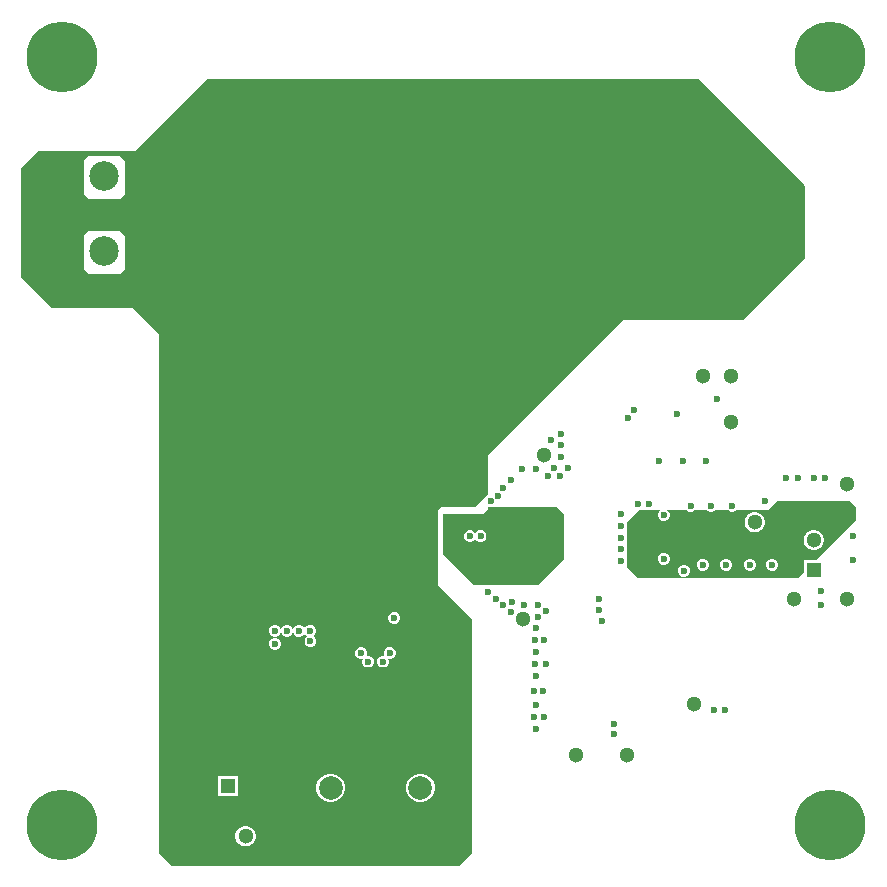
<source format=gbr>
%TF.GenerationSoftware,Altium Limited,Altium Designer,22.9.1 (49)*%
G04 Layer_Physical_Order=3*
G04 Layer_Color=16440176*
%FSLAX45Y45*%
%MOMM*%
%TF.SameCoordinates,E77D5F78-0586-4990-9624-58BD59020D5A*%
%TF.FilePolarity,Positive*%
%TF.FileFunction,Copper,L3,Inr,Signal*%
%TF.Part,Single*%
G01*
G75*
%TA.AperFunction,Conductor*%
%ADD46C,0.30000*%
%TA.AperFunction,ComponentPad*%
%ADD51C,2.50000*%
%ADD52C,1.30000*%
%ADD53C,0.60000*%
%ADD54R,1.30000X1.30000*%
%ADD55R,1.30000X1.30000*%
%ADD56C,1.90500*%
%ADD57C,2.00660*%
%ADD58C,6.00000*%
%TA.AperFunction,ViaPad*%
%ADD59C,0.60000*%
G36*
X7220000Y3190001D02*
X7220000Y3079999D01*
X6880999Y2741000D01*
X6774999D01*
Y2635000D01*
X6729998Y2590000D01*
X5370000Y2590000D01*
X5280000Y2680000D01*
Y2720054D01*
X5280000Y2720055D01*
Y2739946D01*
X5280000Y2739946D01*
Y2820054D01*
X5280000Y2820054D01*
Y2839946D01*
X5280000Y2839946D01*
Y2920054D01*
X5280000Y2920054D01*
Y2939946D01*
X5280000Y2939946D01*
Y3020054D01*
X5280000Y3020054D01*
Y3039945D01*
X5280000Y3039946D01*
Y3060000D01*
X5380000Y3160000D01*
Y3160000D01*
X5559289D01*
X5547612Y3148322D01*
X5540000Y3129945D01*
Y3110054D01*
X5547612Y3091677D01*
X5561677Y3077612D01*
X5580054Y3070000D01*
X5599945D01*
X5618323Y3077612D01*
X5632388Y3091677D01*
X5640000Y3110054D01*
Y3129945D01*
X5632388Y3148322D01*
X5620710Y3160000D01*
X5789289Y3160000D01*
X5791677Y3157612D01*
X5810054Y3150000D01*
X5829946D01*
X5848323Y3157612D01*
X5850711Y3160000D01*
X5959289D01*
X5961677Y3157612D01*
X5980054Y3150000D01*
X5999946D01*
X6018323Y3157612D01*
X6020711Y3160000D01*
X6139289D01*
X6141677Y3157612D01*
X6160054Y3150000D01*
X6179946D01*
X6198323Y3157612D01*
X6200710Y3160000D01*
X6470000D01*
X6550000Y3240000D01*
X7170001D01*
X7220000Y3190001D01*
D02*
G37*
G36*
X4690000Y3189999D02*
X4750000Y3130000D01*
Y2749999D01*
X4530000Y2530000D01*
X3979999D01*
X3720000Y2789999D01*
X3720000Y3130000D01*
X4059992D01*
X4119991Y3190000D01*
X4690000Y3189999D01*
D02*
G37*
G36*
X6790000Y5910000D02*
Y5300000D01*
X6260000Y4770000D01*
X5250000D01*
X4100000Y3620000D01*
Y3300000D01*
X3990000Y3190000D01*
X3710000D01*
X3680000Y3160000D01*
Y2530000D01*
X3970000Y2240000D01*
Y260000D01*
X3860000Y150000D01*
X1430000D01*
X1320000Y260000D01*
Y4650000D01*
X1100000Y4870000D01*
X410000D01*
X150000Y5130000D01*
Y6060000D01*
X290000Y6200000D01*
X1110000D01*
X1720000Y6810000D01*
X5890000D01*
X6790000Y5910000D01*
D02*
G37*
%LPC*%
G36*
X6371190Y3144999D02*
X6348809D01*
X6327191Y3139207D01*
X6307808Y3128016D01*
X6291983Y3112191D01*
X6280792Y3092808D01*
X6275000Y3071190D01*
Y3048809D01*
X6280792Y3027191D01*
X6291983Y3007808D01*
X6307808Y2991983D01*
X6327191Y2980792D01*
X6348809Y2975000D01*
X6371190D01*
X6392808Y2980792D01*
X6412191Y2991983D01*
X6428016Y3007808D01*
X6439207Y3027191D01*
X6444999Y3048809D01*
Y3071190D01*
X6439207Y3092808D01*
X6428016Y3112191D01*
X6412191Y3128016D01*
X6392808Y3139207D01*
X6371190Y3144999D01*
D02*
G37*
G36*
X6871189Y2995000D02*
X6848809D01*
X6827190Y2989207D01*
X6807808Y2978017D01*
X6791982Y2962191D01*
X6780792Y2942808D01*
X6774999Y2921190D01*
Y2898809D01*
X6780792Y2877191D01*
X6791982Y2857809D01*
X6807808Y2841983D01*
X6827190Y2830792D01*
X6848809Y2825000D01*
X6871189D01*
X6892808Y2830792D01*
X6912190Y2841983D01*
X6928016Y2857809D01*
X6939206Y2877191D01*
X6944999Y2898809D01*
Y2921190D01*
X6939206Y2942808D01*
X6928016Y2962191D01*
X6912190Y2978017D01*
X6892808Y2989207D01*
X6871189Y2995000D01*
D02*
G37*
G36*
X5599946Y2800000D02*
X5580054D01*
X5561677Y2792388D01*
X5547612Y2778323D01*
X5540000Y2759945D01*
Y2740054D01*
X5547612Y2721677D01*
X5561677Y2707612D01*
X5580054Y2700000D01*
X5599946D01*
X5618323Y2707612D01*
X5632388Y2721677D01*
X5640000Y2740054D01*
Y2759945D01*
X5632388Y2778323D01*
X5618323Y2792388D01*
X5599946Y2800000D01*
D02*
G37*
G36*
X6519946Y2750000D02*
X6500054D01*
X6481677Y2742388D01*
X6467612Y2728323D01*
X6460000Y2709946D01*
Y2690054D01*
X6467612Y2671677D01*
X6481677Y2657612D01*
X6500054Y2650000D01*
X6519946D01*
X6538323Y2657612D01*
X6552388Y2671677D01*
X6560000Y2690054D01*
Y2709946D01*
X6552388Y2728323D01*
X6538323Y2742388D01*
X6519946Y2750000D01*
D02*
G37*
G36*
X6329946D02*
X6310054D01*
X6291677Y2742388D01*
X6277612Y2728323D01*
X6270000Y2709946D01*
Y2690054D01*
X6277612Y2671677D01*
X6291677Y2657612D01*
X6310054Y2650000D01*
X6329946D01*
X6348323Y2657612D01*
X6362388Y2671677D01*
X6370000Y2690054D01*
Y2709946D01*
X6362388Y2728323D01*
X6348323Y2742388D01*
X6329946Y2750000D01*
D02*
G37*
G36*
X6129946D02*
X6110054D01*
X6091677Y2742388D01*
X6077612Y2728323D01*
X6070000Y2709946D01*
Y2690054D01*
X6077612Y2671677D01*
X6091677Y2657612D01*
X6110054Y2650000D01*
X6129946D01*
X6148323Y2657612D01*
X6162388Y2671677D01*
X6170000Y2690054D01*
Y2709946D01*
X6162388Y2728323D01*
X6148323Y2742388D01*
X6129946Y2750000D01*
D02*
G37*
G36*
X5929946D02*
X5910054D01*
X5891677Y2742388D01*
X5877612Y2728323D01*
X5870000Y2709946D01*
Y2690054D01*
X5877612Y2671677D01*
X5891677Y2657612D01*
X5910054Y2650000D01*
X5929946D01*
X5948323Y2657612D01*
X5962388Y2671677D01*
X5970000Y2690054D01*
Y2709946D01*
X5962388Y2728323D01*
X5948323Y2742388D01*
X5929946Y2750000D01*
D02*
G37*
G36*
X5769945Y2700000D02*
X5750054D01*
X5731677Y2692388D01*
X5717612Y2678323D01*
X5710000Y2659945D01*
Y2640054D01*
X5717612Y2621677D01*
X5731677Y2607612D01*
X5750054Y2600000D01*
X5769945D01*
X5788322Y2607612D01*
X5802388Y2621677D01*
X5810000Y2640054D01*
Y2659945D01*
X5802388Y2678323D01*
X5788322Y2692388D01*
X5769945Y2700000D01*
D02*
G37*
G36*
X4049946Y2990000D02*
X4030054D01*
X4011677Y2982388D01*
X4003297Y2974008D01*
X3995000Y2969684D01*
X3986703Y2974008D01*
X3978323Y2982388D01*
X3959946Y2990000D01*
X3940054D01*
X3921677Y2982388D01*
X3907612Y2968323D01*
X3900000Y2949946D01*
Y2930054D01*
X3907612Y2911677D01*
X3921677Y2897612D01*
X3940054Y2890000D01*
X3959946D01*
X3978323Y2897612D01*
X3986703Y2905992D01*
X3995000Y2910316D01*
X4003297Y2905992D01*
X4011677Y2897612D01*
X4030054Y2890000D01*
X4049946D01*
X4068323Y2897612D01*
X4082388Y2911677D01*
X4090000Y2930054D01*
Y2949946D01*
X4082388Y2968323D01*
X4068323Y2982388D01*
X4049946Y2990000D01*
D02*
G37*
G36*
X990000Y6160000D02*
X720000D01*
X680000Y6120000D01*
Y5840000D01*
X720000Y5800000D01*
X990000D01*
X1030000Y5840000D01*
Y6120000D01*
X990000Y6160000D01*
D02*
G37*
G36*
Y5525000D02*
X720000D01*
X680000Y5485000D01*
Y5205000D01*
X720000Y5165000D01*
X990000D01*
X1030000Y5205000D01*
Y5485000D01*
X990000Y5525000D01*
D02*
G37*
G36*
X3319946Y2300000D02*
X3300054D01*
X3281677Y2292388D01*
X3267612Y2278323D01*
X3260000Y2259946D01*
Y2240054D01*
X3267612Y2221677D01*
X3281677Y2207612D01*
X3300054Y2200000D01*
X3319946D01*
X3338323Y2207612D01*
X3352388Y2221677D01*
X3360000Y2240054D01*
Y2259946D01*
X3352388Y2278323D01*
X3338323Y2292388D01*
X3319946Y2300000D01*
D02*
G37*
G36*
X2609946Y2190000D02*
X2590054D01*
X2571677Y2182388D01*
X2557612Y2168323D01*
X2550000Y2149946D01*
X2542388Y2168323D01*
X2528323Y2182388D01*
X2509946Y2190000D01*
X2490054D01*
X2471677Y2182388D01*
X2457612Y2168323D01*
X2450000Y2149946D01*
Y2130054D01*
X2457612Y2111677D01*
X2471677Y2097612D01*
X2490054Y2090000D01*
X2509946D01*
X2528323Y2097612D01*
X2542388Y2111677D01*
X2550000Y2130054D01*
X2557612Y2111677D01*
X2571677Y2097612D01*
X2577983Y2095000D01*
X2571677Y2092388D01*
X2557612Y2078323D01*
X2550000Y2059946D01*
Y2040054D01*
X2557612Y2021677D01*
X2571677Y2007612D01*
X2590054Y2000000D01*
X2609946D01*
X2628323Y2007612D01*
X2642388Y2021677D01*
X2650000Y2040054D01*
Y2059946D01*
X2642388Y2078323D01*
X2628323Y2092388D01*
X2622017Y2095000D01*
X2628323Y2097612D01*
X2642388Y2111677D01*
X2650000Y2130054D01*
Y2149946D01*
X2642388Y2168323D01*
X2628323Y2182388D01*
X2609946Y2190000D01*
D02*
G37*
G36*
X2409946D02*
X2390054D01*
X2371677Y2182388D01*
X2357612Y2168323D01*
X2350000Y2149946D01*
Y2130054D01*
X2357612Y2111677D01*
X2371677Y2097612D01*
X2390054Y2090000D01*
X2409946D01*
X2428323Y2097612D01*
X2442388Y2111677D01*
X2450000Y2130054D01*
Y2149946D01*
X2442388Y2168323D01*
X2428323Y2182388D01*
X2409946Y2190000D01*
D02*
G37*
G36*
X2309946D02*
X2290054D01*
X2271677Y2182388D01*
X2257612Y2168323D01*
X2250000Y2149946D01*
Y2130054D01*
X2257612Y2111677D01*
X2271677Y2097612D01*
X2290054Y2090000D01*
X2309946D01*
X2328323Y2097612D01*
X2342388Y2111677D01*
X2350000Y2130054D01*
Y2149946D01*
X2342388Y2168323D01*
X2328323Y2182388D01*
X2309946Y2190000D01*
D02*
G37*
G36*
Y2080000D02*
X2290054D01*
X2271677Y2072388D01*
X2257612Y2058323D01*
X2250000Y2039946D01*
Y2020054D01*
X2257612Y2001677D01*
X2271677Y1987612D01*
X2290054Y1980000D01*
X2309946D01*
X2328323Y1987612D01*
X2342388Y2001677D01*
X2350000Y2020054D01*
Y2039946D01*
X2342388Y2058323D01*
X2328323Y2072388D01*
X2309946Y2080000D01*
D02*
G37*
G36*
X3279946Y2000000D02*
X3260054D01*
X3241677Y1992388D01*
X3227612Y1978323D01*
X3220000Y1959946D01*
Y1940054D01*
X3224426Y1929369D01*
X3223145Y1929899D01*
X3203254D01*
X3184877Y1922287D01*
X3170812Y1908222D01*
X3163200Y1889845D01*
Y1869954D01*
X3170812Y1851577D01*
X3184877Y1837511D01*
X3203254Y1829900D01*
X3223145D01*
X3241523Y1837511D01*
X3255588Y1851577D01*
X3263200Y1869954D01*
Y1889845D01*
X3258774Y1900530D01*
X3260054Y1900000D01*
X3279946D01*
X3298323Y1907612D01*
X3312388Y1921677D01*
X3320000Y1940054D01*
Y1959946D01*
X3312388Y1978323D01*
X3298323Y1992388D01*
X3279946Y2000000D01*
D02*
G37*
G36*
X3039946D02*
X3020054D01*
X3001677Y1992388D01*
X2987612Y1978323D01*
X2980000Y1959946D01*
Y1940054D01*
X2987612Y1921677D01*
X3001677Y1907612D01*
X3020054Y1900000D01*
X3039946D01*
X3040501Y1900230D01*
X3036200Y1889845D01*
Y1869954D01*
X3043812Y1851577D01*
X3057877Y1837511D01*
X3076254Y1829900D01*
X3096145D01*
X3114523Y1837511D01*
X3128588Y1851577D01*
X3136200Y1869954D01*
Y1889845D01*
X3128588Y1908222D01*
X3114523Y1922287D01*
X3096145Y1929899D01*
X3076254D01*
X3075698Y1929669D01*
X3080000Y1940054D01*
Y1959946D01*
X3072388Y1978323D01*
X3058323Y1992388D01*
X3039946Y2000000D01*
D02*
G37*
G36*
X1984999Y914999D02*
X1815000D01*
Y744999D01*
X1984999D01*
Y914999D01*
D02*
G37*
G36*
X3545842Y930329D02*
X3514158D01*
X3483554Y922129D01*
X3456116Y906287D01*
X3433712Y883884D01*
X3417870Y856445D01*
X3409670Y825841D01*
Y794158D01*
X3417870Y763554D01*
X3433712Y736115D01*
X3456116Y713712D01*
X3483554Y697870D01*
X3514158Y689669D01*
X3545842D01*
X3576445Y697870D01*
X3603884Y713712D01*
X3626288Y736115D01*
X3642130Y763554D01*
X3650330Y794158D01*
Y825841D01*
X3642130Y856445D01*
X3626288Y883884D01*
X3603884Y906287D01*
X3576445Y922129D01*
X3545842Y930329D01*
D02*
G37*
G36*
X2785842D02*
X2754158D01*
X2723554Y922129D01*
X2696116Y906287D01*
X2673712Y883884D01*
X2657870Y856445D01*
X2649670Y825841D01*
Y794158D01*
X2657870Y763554D01*
X2673712Y736115D01*
X2696116Y713712D01*
X2723554Y697870D01*
X2754158Y689669D01*
X2785842D01*
X2816445Y697870D01*
X2843884Y713712D01*
X2866288Y736115D01*
X2882130Y763554D01*
X2890330Y794158D01*
Y825841D01*
X2882130Y856445D01*
X2866288Y883884D01*
X2843884Y906287D01*
X2816445Y922129D01*
X2785842Y930329D01*
D02*
G37*
G36*
X2061190Y485000D02*
X2038809D01*
X2017191Y479207D01*
X1997809Y468017D01*
X1981983Y452191D01*
X1970793Y432809D01*
X1965000Y411190D01*
Y388809D01*
X1970793Y367191D01*
X1981983Y347809D01*
X1997809Y331983D01*
X2017191Y320793D01*
X2038809Y315000D01*
X2061190D01*
X2082809Y320793D01*
X2102191Y331983D01*
X2118017Y347809D01*
X2129207Y367191D01*
X2135000Y388809D01*
Y411190D01*
X2129207Y432809D01*
X2118017Y452191D01*
X2102191Y468017D01*
X2082809Y479207D01*
X2061190Y485000D01*
D02*
G37*
%LPD*%
D46*
X3270000Y1950000D02*
Y1958118D01*
D51*
X2537500Y6659999D02*
D03*
X1902500D02*
D03*
X854998Y5987500D02*
D03*
Y5352500D02*
D03*
D52*
X3599970Y6300000D02*
D03*
X1700000Y829999D02*
D03*
X2050000Y400000D02*
D03*
X1540000D02*
D03*
X4579978Y3630000D02*
D03*
X5989977Y5799999D02*
D03*
X3700000Y1500000D02*
D03*
X6859999Y2910000D02*
D03*
X7140000Y2409999D02*
D03*
X2600000Y1500000D02*
D03*
X6689969Y2409999D02*
D03*
X5849958Y1519998D02*
D03*
X1979961Y4499998D02*
D03*
X4619962Y4399998D02*
D03*
X5919964Y4299998D02*
D03*
X2599965Y2300000D02*
D03*
X4849999Y1090000D02*
D03*
X6160000Y3910000D02*
D03*
X5279999Y1090000D02*
D03*
X6159999Y4300000D02*
D03*
X4400000Y2239999D02*
D03*
X6359999Y3059999D02*
D03*
X3700000Y2300000D02*
D03*
X7140000Y3380000D02*
D03*
X7140000Y3150000D02*
D03*
D53*
X3110000Y2090000D02*
D03*
X3190000D02*
D03*
Y2169999D02*
D03*
X3110000D02*
D03*
D54*
X1900000Y829999D02*
D03*
D55*
X6859999Y2656000D02*
D03*
D56*
X3785270Y1065269D02*
D03*
Y554729D02*
D03*
X3274730D02*
D03*
Y1065269D02*
D03*
X3025270D02*
D03*
Y554729D02*
D03*
X2514730Y1065269D02*
D03*
Y554729D02*
D03*
D57*
X3530000Y809999D02*
D03*
X2770000D02*
D03*
D58*
X500000Y7000000D02*
D03*
X7000000D02*
D03*
X500000Y500000D02*
D03*
X7000000D02*
D03*
D59*
X3310000Y2250000D02*
D03*
X3150001Y6600000D02*
D03*
X5850000D02*
D03*
X5550001D02*
D03*
X4350000D02*
D03*
X4050000D02*
D03*
X3750000D02*
D03*
X3450000D02*
D03*
X4650000D02*
D03*
X4950000D02*
D03*
X5250000D02*
D03*
X2249999Y6599998D02*
D03*
X1649999D02*
D03*
X4190000Y3280000D02*
D03*
X4650000Y3150000D02*
D03*
X5070000Y2220000D02*
D03*
X5170000Y6110000D02*
D03*
X1550000Y6040000D02*
D03*
X1700000Y6110000D02*
D03*
X1650000Y6040000D02*
D03*
X1500000Y6110000D02*
D03*
X1600000D02*
D03*
X1450000Y6040000D02*
D03*
X1750000D02*
D03*
X2020000Y6110000D02*
D03*
X1810000Y6110000D02*
D03*
X2070000Y6040000D02*
D03*
X1870000D02*
D03*
X1970000D02*
D03*
X2120000Y6110000D02*
D03*
X1920000D02*
D03*
X2170000Y6040000D02*
D03*
X2230000Y6110000D02*
D03*
X2340000Y6110000D02*
D03*
X2290000Y6040000D02*
D03*
X2440000Y6110000D02*
D03*
X2590000Y6040000D02*
D03*
X2390000D02*
D03*
X2540000Y6110000D02*
D03*
X2490000Y6040000D02*
D03*
X2650000Y6110000D02*
D03*
X3070000D02*
D03*
X3490000D02*
D03*
X4750000D02*
D03*
X4330000D02*
D03*
X3910000D02*
D03*
X6150000Y5090000D02*
D03*
X2400000Y2700000D02*
D03*
X6599998Y5699998D02*
D03*
X6299998Y6299998D02*
D03*
X6449998Y5999998D02*
D03*
X6299998Y5699998D02*
D03*
X5999998Y6299998D02*
D03*
X6149998Y5999998D02*
D03*
X5699998Y6299998D02*
D03*
X5849998Y5999998D02*
D03*
X5399998Y6299998D02*
D03*
X5099998D02*
D03*
X4799999D02*
D03*
X4499999D02*
D03*
X4199999D02*
D03*
X3899999D02*
D03*
Y2099999D02*
D03*
Y1500000D02*
D03*
Y300000D02*
D03*
X3599999Y2099999D02*
D03*
X3749999Y1799999D02*
D03*
X3599999Y300000D02*
D03*
X3299999Y6299998D02*
D03*
Y300000D02*
D03*
X2999999Y6299998D02*
D03*
Y300000D02*
D03*
X2699999Y6299998D02*
D03*
Y300000D02*
D03*
X2399999Y6299998D02*
D03*
Y1500000D02*
D03*
Y300000D02*
D03*
X2099999Y6299998D02*
D03*
Y3899999D02*
D03*
Y3299999D02*
D03*
X2249999Y2999999D02*
D03*
X2099999Y2699999D02*
D03*
X2249999Y2399999D02*
D03*
X1799999Y6299998D02*
D03*
Y4499999D02*
D03*
X1949999Y4199999D02*
D03*
X1799999Y3899999D02*
D03*
X1949999Y3599999D02*
D03*
X1799999Y3299999D02*
D03*
X1949999Y2999999D02*
D03*
X1799999Y2699999D02*
D03*
X1949999Y2399999D02*
D03*
X1799999Y300000D02*
D03*
X1500000Y6299998D02*
D03*
Y4499999D02*
D03*
X1649999Y4199999D02*
D03*
X1500000Y3899999D02*
D03*
X1649999Y3599999D02*
D03*
X1500000Y3299999D02*
D03*
X1649999Y2999999D02*
D03*
X1500000Y2699999D02*
D03*
X1649999Y2399999D02*
D03*
X1500000Y2099999D02*
D03*
X6150000Y4830000D02*
D03*
X5850000D02*
D03*
X5550000D02*
D03*
X5270000Y4830000D02*
D03*
X5700000Y4960000D02*
D03*
X5990000D02*
D03*
X6300000D02*
D03*
X7190000Y2940000D02*
D03*
Y2740000D02*
D03*
X6920000Y2480000D02*
D03*
Y2360000D02*
D03*
X2680000Y2740000D02*
D03*
X3630000Y2660000D02*
D03*
X2680000D02*
D03*
X3390000Y2520000D02*
D03*
X3470000D02*
D03*
X3550000D02*
D03*
X2920000D02*
D03*
X2840000D02*
D03*
X2760000D02*
D03*
X2720000Y2590000D02*
D03*
X3590000D02*
D03*
X4100000Y2560000D02*
D03*
Y2640000D02*
D03*
Y2470000D02*
D03*
X4180000Y2560000D02*
D03*
X4300000Y3420000D02*
D03*
Y2300000D02*
D03*
X4310000Y2380000D02*
D03*
X4230000Y2360000D02*
D03*
X4170000Y2410000D02*
D03*
X4580000Y2060000D02*
D03*
X4590000Y1860000D02*
D03*
X4580000Y1410000D02*
D03*
X4490000D02*
D03*
Y1630000D02*
D03*
X4500000Y1860000D02*
D03*
X4530000Y2260000D02*
D03*
X4500000Y2060000D02*
D03*
X4640000Y3760000D02*
D03*
X4720000Y3810000D02*
D03*
Y3710000D02*
D03*
X4780000Y3520000D02*
D03*
X4660000D02*
D03*
X4710000Y3450000D02*
D03*
X4610000D02*
D03*
X4130000Y3240000D02*
D03*
Y3080000D02*
D03*
X4210000Y3160000D02*
D03*
X4130000D02*
D03*
X3750000Y2850000D02*
D03*
X3810000Y3050000D02*
D03*
X3750000Y3090000D02*
D03*
X4230000Y3350000D02*
D03*
X4040000Y2940000D02*
D03*
X3950000D02*
D03*
X3810000Y2970000D02*
D03*
X3630000Y2740000D02*
D03*
X3810000Y2890000D02*
D03*
X3750000Y2930000D02*
D03*
X4820000Y4430000D02*
D03*
X5060000Y4790000D02*
D03*
X4560000Y4210000D02*
D03*
X4730000Y4550000D02*
D03*
X4940000D02*
D03*
X6450000Y3240000D02*
D03*
X5820000Y3200000D02*
D03*
X5990000D02*
D03*
X6170000D02*
D03*
X6510000Y2700000D02*
D03*
X6320000D02*
D03*
X6120000D02*
D03*
X5920000D02*
D03*
X5590000Y2750000D02*
D03*
X1370000Y400000D02*
D03*
X1700000D02*
D03*
X1370000Y570000D02*
D03*
X1700000D02*
D03*
X1540000D02*
D03*
X5460000Y2680000D02*
D03*
X2610000Y3000000D02*
D03*
X2430000D02*
D03*
X2520000D02*
D03*
X2470000Y2250000D02*
D03*
X2190000Y1900000D02*
D03*
X2230000Y2240000D02*
D03*
X3270000Y1950000D02*
D03*
X3030000D02*
D03*
X2960000Y6110000D02*
D03*
X2760000D02*
D03*
X2860000D02*
D03*
X3380000D02*
D03*
X3180000D02*
D03*
X3280000D02*
D03*
X3800000D02*
D03*
X3600000D02*
D03*
X3700000D02*
D03*
X4220000D02*
D03*
X4020000D02*
D03*
X4120000D02*
D03*
X4640000D02*
D03*
X4440000D02*
D03*
X4540000D02*
D03*
X5060000D02*
D03*
X4860000D02*
D03*
X4960000D02*
D03*
X5380000D02*
D03*
X5280000D02*
D03*
X5480000D02*
D03*
X5530000Y6040000D02*
D03*
X5330000D02*
D03*
X5430000D02*
D03*
X5230000D02*
D03*
X4490000D02*
D03*
X4690000D02*
D03*
X4590000D02*
D03*
X4390000D02*
D03*
X3970000D02*
D03*
X4070000D02*
D03*
X4170000D02*
D03*
X4270000D02*
D03*
X3230000D02*
D03*
X3130000D02*
D03*
X3330000D02*
D03*
X3430000D02*
D03*
X3750000D02*
D03*
X4910000D02*
D03*
X2810000D02*
D03*
X2710000D02*
D03*
X5110000D02*
D03*
X3850000D02*
D03*
X3010000D02*
D03*
X3550000D02*
D03*
X3650000D02*
D03*
X4810000D02*
D03*
X2910000D02*
D03*
X5010000D02*
D03*
X5680000Y2750000D02*
D03*
X5540000Y2650000D02*
D03*
X5360000Y2690000D02*
D03*
X6630000Y3120000D02*
D03*
X6730000D02*
D03*
X6860000D02*
D03*
X6960000D02*
D03*
X6330000Y5540000D02*
D03*
X6420000D02*
D03*
X6510000D02*
D03*
X6240000D02*
D03*
X5060000Y4870000D02*
D03*
X4970000D02*
D03*
X4880000D02*
D03*
X1630000Y1180000D02*
D03*
Y1270000D02*
D03*
X1550000Y1420000D02*
D03*
X1630000Y1370000D02*
D03*
X2230000Y1420000D02*
D03*
X2310000Y1120000D02*
D03*
Y1320000D02*
D03*
X3370000Y1860000D02*
D03*
X2930000D02*
D03*
X2600000Y2140000D02*
D03*
Y1840000D02*
D03*
X2500000Y1770000D02*
D03*
X2400000D02*
D03*
X2300000D02*
D03*
Y1860000D02*
D03*
X2400000Y2140000D02*
D03*
X2300000D02*
D03*
Y2030000D02*
D03*
X2500000Y2140000D02*
D03*
X2600000Y2050000D02*
D03*
X5290000Y3940000D02*
D03*
X6040000Y4100000D02*
D03*
X5550000Y3580000D02*
D03*
X5950000D02*
D03*
X5750000D02*
D03*
X5700000Y3980000D02*
D03*
X5340000Y4010000D02*
D03*
X4720000Y3610000D02*
D03*
X4510000Y3510000D02*
D03*
X5170000Y1270000D02*
D03*
Y1350000D02*
D03*
X5040000Y2410000D02*
D03*
Y2320000D02*
D03*
X6110000Y1470000D02*
D03*
X6020000D02*
D03*
X4590000Y2310000D02*
D03*
X4570000Y1630000D02*
D03*
X4510000Y1310000D02*
D03*
Y1510000D02*
D03*
Y1760000D02*
D03*
Y1960000D02*
D03*
Y2160000D02*
D03*
X4410000Y2360000D02*
D03*
X4530000D02*
D03*
X4390000Y3510000D02*
D03*
X2800000Y2590000D02*
D03*
X2880000D02*
D03*
X2960000D02*
D03*
X3040000D02*
D03*
X3510000Y2590000D02*
D03*
X3270000D02*
D03*
X3350000D02*
D03*
X3430000D02*
D03*
X5760000Y2650000D02*
D03*
X5470000Y3210000D02*
D03*
X5370000D02*
D03*
X5230000Y3130000D02*
D03*
Y3030000D02*
D03*
Y2930000D02*
D03*
Y2830000D02*
D03*
Y2730000D02*
D03*
X4650000D02*
D03*
Y2830000D02*
D03*
Y2930000D02*
D03*
Y3040000D02*
D03*
X3080000Y2660000D02*
D03*
X3550000D02*
D03*
X3470000D02*
D03*
X3390000D02*
D03*
X3310000D02*
D03*
X2760000D02*
D03*
X2840000D02*
D03*
X2920000D02*
D03*
X3000000D02*
D03*
X3230000D02*
D03*
X6630000Y3430000D02*
D03*
X6730000D02*
D03*
X6960000D02*
D03*
X6860000D02*
D03*
X3750000Y3010000D02*
D03*
X5590000Y3120000D02*
D03*
X5680000D02*
D03*
X3071841Y2355042D02*
D03*
X3086200Y1879899D02*
D03*
X3213200D02*
D03*
X3088042Y1756441D02*
D03*
X3208042D02*
D03*
X2968042D02*
D03*
X3298042Y1416441D02*
D03*
X3150000Y2355042D02*
D03*
X2908042Y1506441D02*
D03*
X2928042Y1436441D02*
D03*
X3224241Y2355042D02*
D03*
X3388042Y1506441D02*
D03*
X3328042Y1756441D02*
D03*
X3368042Y1436441D02*
D03*
X2998042Y1416441D02*
D03*
%TF.MD5,63cbccc98154000948693845100c5f6f*%
M02*

</source>
